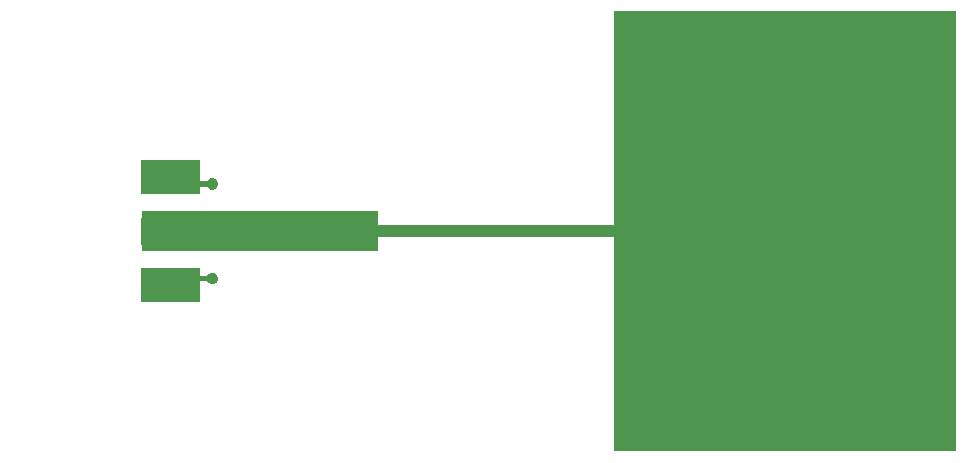
<source format=gbr>
G04 ===== Begin FILE IDENTIFICATION =====*
G04 File Format:  Gerber RS274X*
G04 ===== End FILE IDENTIFICATION =====*
%FSLAX33Y33*%
%MOMM*%
%SFA1.0000B1.0000*%
%OFA0.0B0.0*%
%ADD14R,28.960000X37.370000*%
%ADD15R,20.000000X3.500000*%
%ADD16R,20.000000X1.000000*%
%LNpc1*%
%IPPOS*%
%LPD*%
G75*
D14*
X69680Y-100D03*
D15*
X25200D03*
D16*
X45200D03*
G36*
G01X20200Y-3850D02*
G01Y-3250D01*
G01X15200D01*
G01Y-6100D01*
G01X20200D01*
G01Y-4350D01*
G01X20767D01*
G03X21700Y-4100I433J250D01*
G03X20767Y-3850I-500J0D01*
G01X20200D01*
G37*
G36*
G01X20200Y4150D02*
G01Y5900D01*
G01X15200D01*
G01Y3050D01*
G01X20200D01*
G01Y3650D01*
G01X20767D01*
G03X21700Y3900I433J250D01*
G03X20767Y4150I-500J0D01*
G01X20200D01*
G37*
G36*
G01X15200Y-1250D02*
G01X20200D01*
G01X20600Y-1400D01*
G01X23200D01*
G01Y1200D01*
G01X20600D01*
G01X20200Y1050D01*
G01X15200D01*
G01Y-1250D01*
G37*
M02*


</source>
